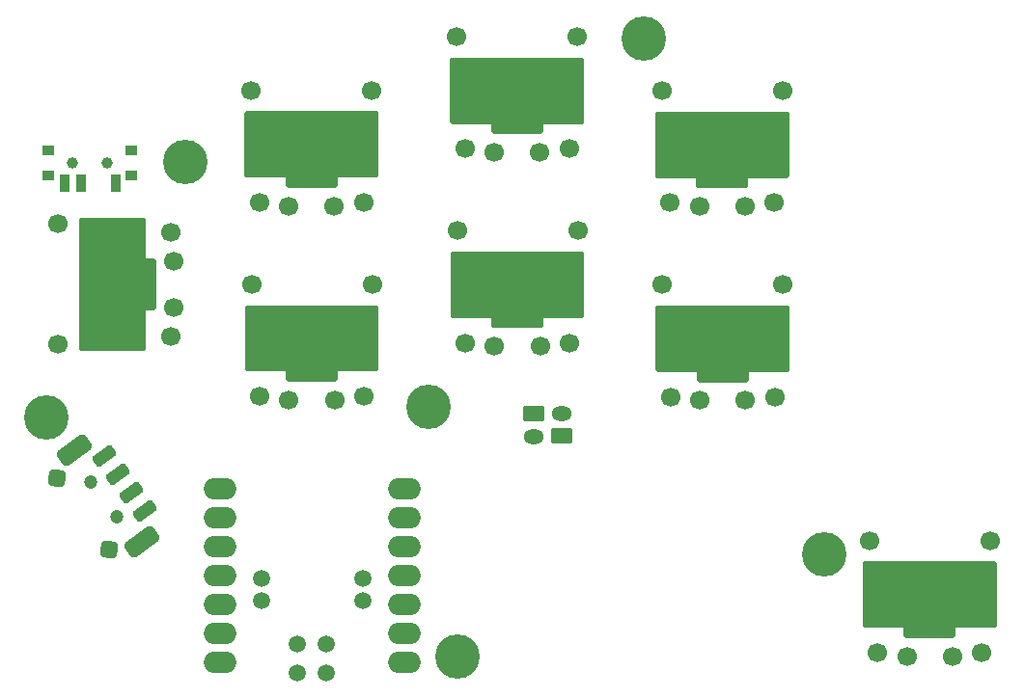
<source format=gbr>
%TF.GenerationSoftware,KiCad,Pcbnew,8.0.2*%
%TF.CreationDate,2024-07-05T21:54:23-05:00*%
%TF.ProjectId,bonsai,626f6e73-6169-42e6-9b69-6361645f7063,v1*%
%TF.SameCoordinates,Original*%
%TF.FileFunction,Soldermask,Top*%
%TF.FilePolarity,Negative*%
%FSLAX46Y46*%
G04 Gerber Fmt 4.6, Leading zero omitted, Abs format (unit mm)*
G04 Created by KiCad (PCBNEW 8.0.2) date 2024-07-05 21:54:23*
%MOMM*%
%LPD*%
G01*
G04 APERTURE LIST*
G04 Aperture macros list*
%AMRoundRect*
0 Rectangle with rounded corners*
0 $1 Rounding radius*
0 $2 $3 $4 $5 $6 $7 $8 $9 X,Y pos of 4 corners*
0 Add a 4 corners polygon primitive as box body*
4,1,4,$2,$3,$4,$5,$6,$7,$8,$9,$2,$3,0*
0 Add four circle primitives for the rounded corners*
1,1,$1+$1,$2,$3*
1,1,$1+$1,$4,$5*
1,1,$1+$1,$6,$7*
1,1,$1+$1,$8,$9*
0 Add four rect primitives between the rounded corners*
20,1,$1+$1,$2,$3,$4,$5,0*
20,1,$1+$1,$4,$5,$6,$7,0*
20,1,$1+$1,$6,$7,$8,$9,0*
20,1,$1+$1,$8,$9,$2,$3,0*%
G04 Aperture macros list end*
%ADD10O,2.850000X1.900000*%
%ADD11C,1.497000*%
%ADD12RoundRect,0.050000X0.850000X-0.600000X0.850000X0.600000X-0.850000X0.600000X-0.850000X-0.600000X0*%
%ADD13O,1.800000X1.300000*%
%ADD14O,0.300000X5.800000*%
%ADD15O,2.000000X5.800000*%
%ADD16O,0.300000X1.100000*%
%ADD17O,11.700000X0.300000*%
%ADD18O,11.700000X5.800000*%
%ADD19O,4.500000X1.000000*%
%ADD20O,4.500000X0.300000*%
%ADD21C,1.700000*%
%ADD22RoundRect,0.050000X0.500000X0.400000X-0.500000X0.400000X-0.500000X-0.400000X0.500000X-0.400000X0*%
%ADD23C,1.000000*%
%ADD24RoundRect,0.050000X0.350000X0.750000X-0.350000X0.750000X-0.350000X-0.750000X0.350000X-0.750000X0*%
%ADD25C,3.900000*%
%ADD26C,1.200000*%
%ADD27RoundRect,0.275000X0.786983X0.238554X0.460602X0.681245X-0.786983X-0.238554X-0.460602X-0.681245X0*%
%ADD28RoundRect,0.400000X1.162995X0.360474X0.688260X1.004389X-1.162995X-0.360474X-0.688260X-1.004389X0*%
%ADD29RoundRect,0.375000X0.426859X0.314708X-0.314708X0.426859X-0.426859X-0.314708X0.314708X-0.426859X0*%
%ADD30RoundRect,0.050000X-0.850000X0.600000X-0.850000X-0.600000X0.850000X-0.600000X0.850000X0.600000X0*%
%ADD31O,5.800000X0.300000*%
%ADD32O,5.800000X2.000000*%
%ADD33O,1.100000X0.300000*%
%ADD34O,0.300000X11.700000*%
%ADD35O,5.800000X11.700000*%
%ADD36O,1.000000X4.500000*%
%ADD37O,0.300000X4.500000*%
G04 APERTURE END LIST*
D10*
%TO.C,U?*%
X48691400Y-72813000D03*
X48691400Y-70273000D03*
X48691400Y-67733000D03*
X48691400Y-65193000D03*
X48691400Y-62653000D03*
X48691400Y-60113000D03*
X48691400Y-57573000D03*
X32501480Y-57573000D03*
X32501480Y-60113000D03*
X32501480Y-62653000D03*
X32501480Y-65193000D03*
X32501480Y-67733000D03*
X32501480Y-70273000D03*
X32501480Y-72813000D03*
D11*
X45041440Y-65510000D03*
X36151440Y-65510000D03*
X45041440Y-67415000D03*
X36151440Y-67415000D03*
%TD*%
D12*
%TO.C,REF\u002A\u002A*%
X62450000Y-52975000D03*
D13*
X62450000Y-50975002D03*
%TD*%
D14*
%TO.C,REF\u002A\u002A*%
X34866400Y-44389000D03*
D15*
X35716400Y-44389000D03*
D16*
X38466400Y-47639000D03*
D17*
X40566400Y-41639000D03*
D18*
X40566400Y-44389000D03*
D17*
X40566400Y-47139000D03*
D19*
X40566400Y-47689000D03*
D20*
X40566400Y-48039000D03*
D16*
X42666400Y-47639000D03*
D15*
X45416400Y-44389000D03*
D14*
X46266400Y-44389000D03*
D21*
X38566400Y-49789000D03*
X42566400Y-49789000D03*
X35986400Y-49489000D03*
X45146400Y-49489000D03*
X45866400Y-39639000D03*
X35266400Y-39639000D03*
%TD*%
D14*
%TO.C,REF\u002A\u002A*%
X70866400Y-27389000D03*
D15*
X71716400Y-27389000D03*
D16*
X74466400Y-30639000D03*
D17*
X76566400Y-24639000D03*
D18*
X76566400Y-27389000D03*
D17*
X76566400Y-30139000D03*
D19*
X76566400Y-30689000D03*
D20*
X76566400Y-31039000D03*
D16*
X78666400Y-30639000D03*
D15*
X81416400Y-27389000D03*
D14*
X82266400Y-27389000D03*
D21*
X74566400Y-32789000D03*
X78566400Y-32789000D03*
X71986400Y-32489000D03*
X81146400Y-32489000D03*
X81866400Y-22639000D03*
X71266400Y-22639000D03*
%TD*%
D22*
%TO.C,REF\u002A\u002A*%
X24750000Y-30105000D03*
X24750000Y-27895000D03*
D23*
X22600000Y-28994999D03*
X19600000Y-28995000D03*
D22*
X17450000Y-30105000D03*
X17450000Y-27895000D03*
D24*
X23350000Y-30755000D03*
X20349999Y-30755000D03*
X18850000Y-30755000D03*
%TD*%
D14*
%TO.C,REF\u002A\u002A*%
X89066400Y-66889000D03*
D15*
X89916400Y-66889000D03*
D16*
X92666400Y-70139000D03*
D17*
X94766400Y-64139000D03*
D18*
X94766400Y-66889000D03*
D17*
X94766400Y-69639000D03*
D19*
X94766400Y-70189000D03*
D20*
X94766400Y-70539000D03*
D16*
X96866400Y-70139000D03*
D15*
X99616400Y-66889000D03*
D14*
X100466400Y-66889000D03*
D21*
X92766400Y-72289000D03*
X96766400Y-72289000D03*
X90186400Y-71989000D03*
X99346400Y-71989000D03*
X100066400Y-62139000D03*
X89466400Y-62139000D03*
%TD*%
D25*
%TO.C,REF\u002A\u002A*%
X85500000Y-63350000D03*
%TD*%
D26*
%TO.C,REF\u002A\u002A*%
X23421088Y-60026484D03*
X21166096Y-56967888D03*
D27*
X25925105Y-59547004D03*
X22364591Y-54717641D03*
X24738267Y-57937216D03*
D28*
X25663134Y-62224945D03*
D29*
X22796915Y-62971464D03*
X18168248Y-56693293D03*
D28*
X19728945Y-54176007D03*
D27*
X23551429Y-56327429D03*
%TD*%
D25*
%TO.C,REF\u002A\u002A*%
X53300000Y-72350000D03*
%TD*%
D14*
%TO.C,REF\u002A\u002A*%
X52900000Y-39675000D03*
D15*
X53750000Y-39675000D03*
D16*
X56500000Y-42925000D03*
D17*
X58600000Y-36925000D03*
D18*
X58600000Y-39675000D03*
D17*
X58600000Y-42425000D03*
D19*
X58600000Y-42975000D03*
D20*
X58600000Y-43325000D03*
D16*
X60700000Y-42925000D03*
D15*
X63450000Y-39675000D03*
D14*
X64300000Y-39675000D03*
D21*
X56600000Y-45075000D03*
X60600000Y-45075000D03*
X54020000Y-44775000D03*
X63180000Y-44775000D03*
X63900000Y-34925000D03*
X53300000Y-34925000D03*
%TD*%
D14*
%TO.C,REF\u002A\u002A*%
X34832800Y-27353000D03*
D15*
X35682800Y-27353000D03*
D16*
X38432800Y-30603000D03*
D17*
X40532800Y-24603000D03*
D18*
X40532800Y-27353000D03*
D17*
X40532800Y-30103000D03*
D19*
X40532800Y-30653000D03*
D20*
X40532800Y-31003000D03*
D16*
X42632800Y-30603000D03*
D15*
X45382800Y-27353000D03*
D14*
X46232800Y-27353000D03*
D21*
X38532800Y-32753000D03*
X42532800Y-32753000D03*
X35952800Y-32453000D03*
X45112800Y-32453000D03*
X45832800Y-22603000D03*
X35232800Y-22603000D03*
%TD*%
D25*
%TO.C,*%
X50800000Y-50375000D03*
%TD*%
D30*
%TO.C,REF\u002A\u002A*%
X60066400Y-50989000D03*
D13*
X60066400Y-52989000D03*
%TD*%
D25*
%TO.C,REF\u002A\u002A*%
X29450000Y-28900000D03*
%TD*%
%TO.C,REF\u002A\u002A*%
X69700000Y-18050000D03*
%TD*%
%TO.C,REF\u002A\u002A*%
X17300000Y-51300000D03*
%TD*%
D14*
%TO.C,REF\u002A\u002A*%
X52866400Y-22639000D03*
D15*
X53716400Y-22639000D03*
D16*
X56466400Y-25889000D03*
D17*
X58566400Y-19889000D03*
D18*
X58566400Y-22639000D03*
D17*
X58566400Y-25389000D03*
D19*
X58566400Y-25939000D03*
D20*
X58566400Y-26289000D03*
D16*
X60666400Y-25889000D03*
D15*
X63416400Y-22639000D03*
D14*
X64266400Y-22639000D03*
D21*
X56566400Y-28039000D03*
X60566400Y-28039000D03*
X53986400Y-27739000D03*
X63146400Y-27739000D03*
X63866400Y-17889000D03*
X53266400Y-17889000D03*
%TD*%
D14*
%TO.C,REF\u002A\u002A*%
X70900000Y-44425000D03*
D15*
X71750000Y-44425000D03*
D16*
X74500000Y-47675000D03*
D17*
X76600000Y-41675000D03*
D18*
X76600000Y-44425000D03*
D17*
X76600000Y-47175000D03*
D19*
X76600000Y-47725000D03*
D20*
X76600000Y-48075000D03*
D16*
X78700000Y-47675000D03*
D15*
X81450000Y-44425000D03*
D14*
X82300000Y-44425000D03*
D21*
X74600000Y-49825000D03*
X78600000Y-49825000D03*
X72020000Y-49525000D03*
X81180000Y-49525000D03*
X81900000Y-39675000D03*
X71300000Y-39675000D03*
%TD*%
D31*
%TO.C,REF\u002A\u002A*%
X23066400Y-45339000D03*
D32*
X23066400Y-44489000D03*
D33*
X26316400Y-41739000D03*
D34*
X20316400Y-39639000D03*
D35*
X23066400Y-39639000D03*
D34*
X25816400Y-39639000D03*
D36*
X26366400Y-39639000D03*
D37*
X26716400Y-39639000D03*
D33*
X26316400Y-37539000D03*
D32*
X23066400Y-34789000D03*
D31*
X23066400Y-33939000D03*
D21*
X28466400Y-41639000D03*
X28466400Y-37639000D03*
X28166400Y-44219000D03*
X28166400Y-35059000D03*
X18316400Y-34339000D03*
X18316400Y-44939000D03*
%TD*%
D11*
%TO.C,U?*%
X39296400Y-73761000D03*
X41836400Y-73761000D03*
X39296400Y-71221000D03*
X41836400Y-71221000D03*
%TD*%
D23*
%TO.C,REF\u002A\u002A*%
X19599999Y-28995001D03*
X22600000Y-28995000D03*
%TD*%
D26*
%TO.C,REF\u002A\u002A*%
X21200000Y-57000000D03*
X23454992Y-60058598D03*
%TD*%
M02*

</source>
